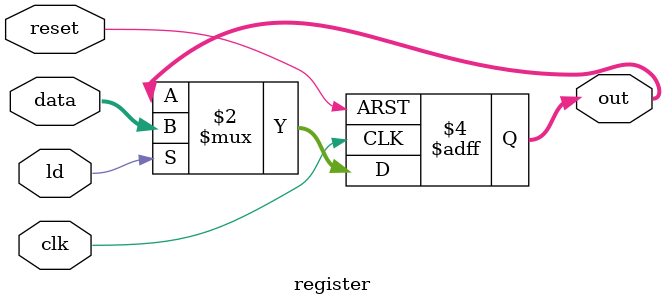
<source format=v>
module register #(parameter size=32)(input clk,ld,reset,input [size-1:0] data,output reg[size-1:0] out);
  always@(posedge clk,posedge reset)begin
    if(reset)
      out<={(size){1'b0}};
   else if(ld)
      out<=data;
    end
endmodule 

</source>
